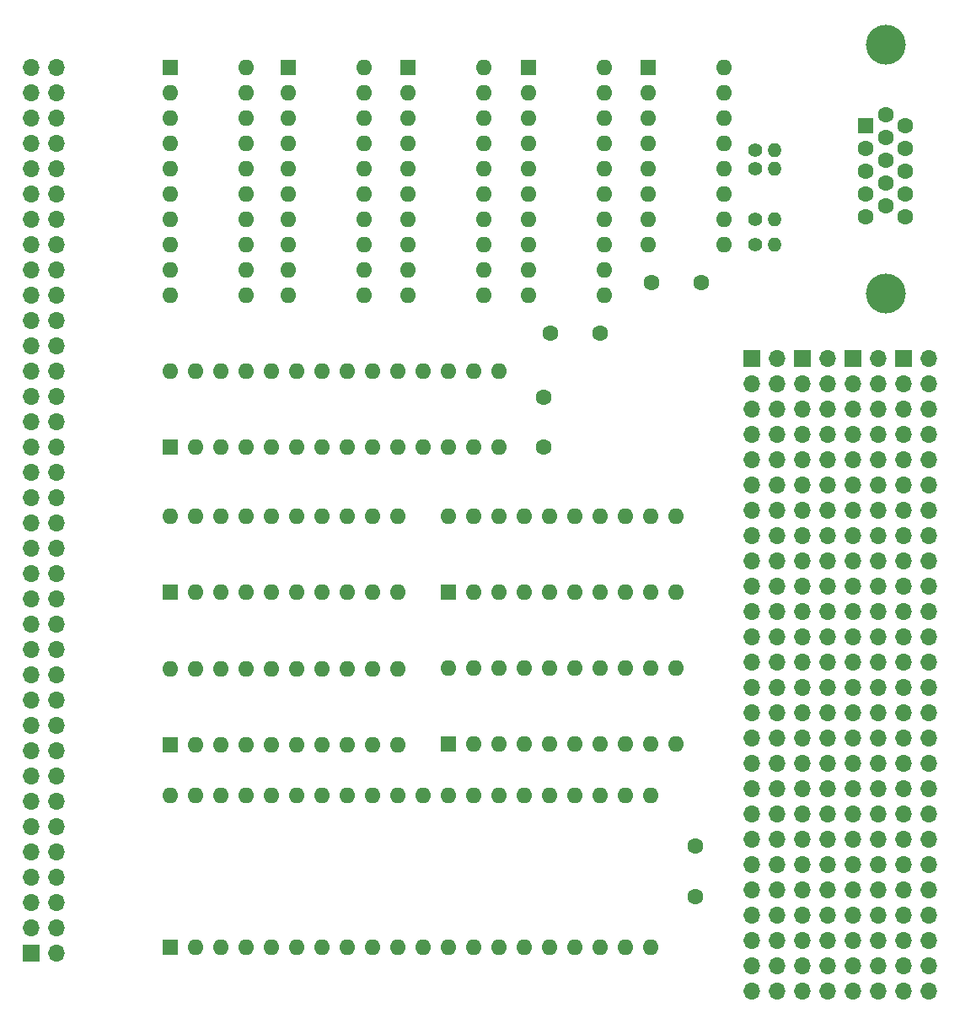
<source format=gbs>
G04 #@! TF.GenerationSoftware,KiCad,Pcbnew,(6.0.1)*
G04 #@! TF.CreationDate,2023-08-09T21:54:41+02:00*
G04 #@! TF.ProjectId,VT100_GRAPH,56543130-305f-4475-9241-50482e6b6963,rev?*
G04 #@! TF.SameCoordinates,Original*
G04 #@! TF.FileFunction,Soldermask,Bot*
G04 #@! TF.FilePolarity,Negative*
%FSLAX46Y46*%
G04 Gerber Fmt 4.6, Leading zero omitted, Abs format (unit mm)*
G04 Created by KiCad (PCBNEW (6.0.1)) date 2023-08-09 21:54:41*
%MOMM*%
%LPD*%
G01*
G04 APERTURE LIST*
%ADD10C,1.400000*%
%ADD11O,1.400000X1.400000*%
%ADD12R,1.600000X1.600000*%
%ADD13O,1.600000X1.600000*%
%ADD14R,1.700000X1.700000*%
%ADD15O,1.700000X1.700000*%
%ADD16C,1.600000*%
%ADD17C,4.000000*%
G04 APERTURE END LIST*
D10*
X93710000Y-35560000D03*
D11*
X95610000Y-35560000D03*
D12*
X34925000Y-17780000D03*
D13*
X34925000Y-20320000D03*
X34925000Y-22860000D03*
X34925000Y-25400000D03*
X34925000Y-27940000D03*
X34925000Y-30480000D03*
X34925000Y-33020000D03*
X34925000Y-35560000D03*
X34925000Y-38100000D03*
X34925000Y-40640000D03*
X42545000Y-40640000D03*
X42545000Y-38100000D03*
X42545000Y-35560000D03*
X42545000Y-33020000D03*
X42545000Y-30480000D03*
X42545000Y-27940000D03*
X42545000Y-25400000D03*
X42545000Y-22860000D03*
X42545000Y-20320000D03*
X42545000Y-17780000D03*
D12*
X70860000Y-17785000D03*
D13*
X70860000Y-20325000D03*
X70860000Y-22865000D03*
X70860000Y-25405000D03*
X70860000Y-27945000D03*
X70860000Y-30485000D03*
X70860000Y-33025000D03*
X70860000Y-35565000D03*
X70860000Y-38105000D03*
X70860000Y-40645000D03*
X78480000Y-40645000D03*
X78480000Y-38105000D03*
X78480000Y-35565000D03*
X78480000Y-33025000D03*
X78480000Y-30485000D03*
X78480000Y-27945000D03*
X78480000Y-25405000D03*
X78480000Y-22865000D03*
X78480000Y-20325000D03*
X78480000Y-17785000D03*
D14*
X103505000Y-46990000D03*
D15*
X106045000Y-46990000D03*
X103505000Y-49530000D03*
X106045000Y-49530000D03*
X103505000Y-52070000D03*
X106045000Y-52070000D03*
X103505000Y-54610000D03*
X106045000Y-54610000D03*
X103505000Y-57150000D03*
X106045000Y-57150000D03*
X103505000Y-59690000D03*
X106045000Y-59690000D03*
X103505000Y-62230000D03*
X106045000Y-62230000D03*
X103505000Y-64770000D03*
X106045000Y-64770000D03*
X103505000Y-67310000D03*
X106045000Y-67310000D03*
X103505000Y-69850000D03*
X106045000Y-69850000D03*
X103505000Y-72390000D03*
X106045000Y-72390000D03*
X103505000Y-74930000D03*
X106045000Y-74930000D03*
X103505000Y-77470000D03*
X106045000Y-77470000D03*
X103505000Y-80010000D03*
X106045000Y-80010000D03*
X103505000Y-82550000D03*
X106045000Y-82550000D03*
X103505000Y-85090000D03*
X106045000Y-85090000D03*
X103505000Y-87630000D03*
X106045000Y-87630000D03*
X103505000Y-90170000D03*
X106045000Y-90170000D03*
X103505000Y-92710000D03*
X106045000Y-92710000D03*
X103505000Y-95250000D03*
X106045000Y-95250000D03*
X103505000Y-97790000D03*
X106045000Y-97790000D03*
X103505000Y-100330000D03*
X106045000Y-100330000D03*
X103505000Y-102870000D03*
X106045000Y-102870000D03*
X103505000Y-105410000D03*
X106045000Y-105410000D03*
X103505000Y-107950000D03*
X106045000Y-107950000D03*
X103505000Y-110490000D03*
X106045000Y-110490000D03*
D12*
X46730000Y-17785000D03*
D13*
X46730000Y-20325000D03*
X46730000Y-22865000D03*
X46730000Y-25405000D03*
X46730000Y-27945000D03*
X46730000Y-30485000D03*
X46730000Y-33025000D03*
X46730000Y-35565000D03*
X46730000Y-38105000D03*
X46730000Y-40645000D03*
X54350000Y-40645000D03*
X54350000Y-38105000D03*
X54350000Y-35565000D03*
X54350000Y-33025000D03*
X54350000Y-30485000D03*
X54350000Y-27945000D03*
X54350000Y-25405000D03*
X54350000Y-22865000D03*
X54350000Y-20325000D03*
X54350000Y-17785000D03*
D14*
X93345000Y-46990000D03*
D15*
X95885000Y-46990000D03*
X93345000Y-49530000D03*
X95885000Y-49530000D03*
X93345000Y-52070000D03*
X95885000Y-52070000D03*
X93345000Y-54610000D03*
X95885000Y-54610000D03*
X93345000Y-57150000D03*
X95885000Y-57150000D03*
X93345000Y-59690000D03*
X95885000Y-59690000D03*
X93345000Y-62230000D03*
X95885000Y-62230000D03*
X93345000Y-64770000D03*
X95885000Y-64770000D03*
X93345000Y-67310000D03*
X95885000Y-67310000D03*
X93345000Y-69850000D03*
X95885000Y-69850000D03*
X93345000Y-72390000D03*
X95885000Y-72390000D03*
X93345000Y-74930000D03*
X95885000Y-74930000D03*
X93345000Y-77470000D03*
X95885000Y-77470000D03*
X93345000Y-80010000D03*
X95885000Y-80010000D03*
X93345000Y-82550000D03*
X95885000Y-82550000D03*
X93345000Y-85090000D03*
X95885000Y-85090000D03*
X93345000Y-87630000D03*
X95885000Y-87630000D03*
X93345000Y-90170000D03*
X95885000Y-90170000D03*
X93345000Y-92710000D03*
X95885000Y-92710000D03*
X93345000Y-95250000D03*
X95885000Y-95250000D03*
X93345000Y-97790000D03*
X95885000Y-97790000D03*
X93345000Y-100330000D03*
X95885000Y-100330000D03*
X93345000Y-102870000D03*
X95885000Y-102870000D03*
X93345000Y-105410000D03*
X95885000Y-105410000D03*
X93345000Y-107950000D03*
X95885000Y-107950000D03*
X93345000Y-110490000D03*
X95885000Y-110490000D03*
D14*
X108585000Y-46990000D03*
D15*
X111125000Y-46990000D03*
X108585000Y-49530000D03*
X111125000Y-49530000D03*
X108585000Y-52070000D03*
X111125000Y-52070000D03*
X108585000Y-54610000D03*
X111125000Y-54610000D03*
X108585000Y-57150000D03*
X111125000Y-57150000D03*
X108585000Y-59690000D03*
X111125000Y-59690000D03*
X108585000Y-62230000D03*
X111125000Y-62230000D03*
X108585000Y-64770000D03*
X111125000Y-64770000D03*
X108585000Y-67310000D03*
X111125000Y-67310000D03*
X108585000Y-69850000D03*
X111125000Y-69850000D03*
X108585000Y-72390000D03*
X111125000Y-72390000D03*
X108585000Y-74930000D03*
X111125000Y-74930000D03*
X108585000Y-77470000D03*
X111125000Y-77470000D03*
X108585000Y-80010000D03*
X111125000Y-80010000D03*
X108585000Y-82550000D03*
X111125000Y-82550000D03*
X108585000Y-85090000D03*
X111125000Y-85090000D03*
X108585000Y-87630000D03*
X111125000Y-87630000D03*
X108585000Y-90170000D03*
X111125000Y-90170000D03*
X108585000Y-92710000D03*
X111125000Y-92710000D03*
X108585000Y-95250000D03*
X111125000Y-95250000D03*
X108585000Y-97790000D03*
X111125000Y-97790000D03*
X108585000Y-100330000D03*
X111125000Y-100330000D03*
X108585000Y-102870000D03*
X111125000Y-102870000D03*
X108585000Y-105410000D03*
X111125000Y-105410000D03*
X108585000Y-107950000D03*
X111125000Y-107950000D03*
X108585000Y-110490000D03*
X111125000Y-110490000D03*
D16*
X72390000Y-50880000D03*
X72390000Y-55880000D03*
D10*
X93710000Y-26035000D03*
D11*
X95610000Y-26035000D03*
D16*
X87630000Y-100965000D03*
X87630000Y-95965000D03*
X88225000Y-39370000D03*
X83225000Y-39370000D03*
D10*
X93710000Y-27940000D03*
D11*
X95610000Y-27940000D03*
D12*
X62870000Y-85715000D03*
D13*
X65410000Y-85715000D03*
X67950000Y-85715000D03*
X70490000Y-85715000D03*
X73030000Y-85715000D03*
X75570000Y-85715000D03*
X78110000Y-85715000D03*
X80650000Y-85715000D03*
X83190000Y-85715000D03*
X85730000Y-85715000D03*
X85730000Y-78095000D03*
X83190000Y-78095000D03*
X80650000Y-78095000D03*
X78110000Y-78095000D03*
X75570000Y-78095000D03*
X73030000Y-78095000D03*
X70490000Y-78095000D03*
X67950000Y-78095000D03*
X65410000Y-78095000D03*
X62870000Y-78095000D03*
D12*
X34925000Y-106045000D03*
D13*
X37465000Y-106045000D03*
X40005000Y-106045000D03*
X42545000Y-106045000D03*
X45085000Y-106045000D03*
X47625000Y-106045000D03*
X50165000Y-106045000D03*
X52705000Y-106045000D03*
X55245000Y-106045000D03*
X57785000Y-106045000D03*
X60325000Y-106045000D03*
X62865000Y-106045000D03*
X65405000Y-106045000D03*
X67945000Y-106045000D03*
X70485000Y-106045000D03*
X73025000Y-106045000D03*
X75565000Y-106045000D03*
X78105000Y-106045000D03*
X80645000Y-106045000D03*
X83185000Y-106045000D03*
X83185000Y-90805000D03*
X80645000Y-90805000D03*
X78105000Y-90805000D03*
X75565000Y-90805000D03*
X73025000Y-90805000D03*
X70485000Y-90805000D03*
X67945000Y-90805000D03*
X65405000Y-90805000D03*
X62865000Y-90805000D03*
X60325000Y-90805000D03*
X57785000Y-90805000D03*
X55245000Y-90805000D03*
X52705000Y-90805000D03*
X50165000Y-90805000D03*
X47625000Y-90805000D03*
X45085000Y-90805000D03*
X42545000Y-90805000D03*
X40005000Y-90805000D03*
X37465000Y-90805000D03*
X34925000Y-90805000D03*
D16*
X73065000Y-44450000D03*
X78065000Y-44450000D03*
D14*
X20955000Y-106680000D03*
D15*
X23495000Y-106680000D03*
X20955000Y-104140000D03*
X23495000Y-104140000D03*
X20955000Y-101600000D03*
X23495000Y-101600000D03*
X20955000Y-99060000D03*
X23495000Y-99060000D03*
X20955000Y-96520000D03*
X23495000Y-96520000D03*
X20955000Y-93980000D03*
X23495000Y-93980000D03*
X20955000Y-91440000D03*
X23495000Y-91440000D03*
X20955000Y-88900000D03*
X23495000Y-88900000D03*
X20955000Y-86360000D03*
X23495000Y-86360000D03*
X20955000Y-83820000D03*
X23495000Y-83820000D03*
X20955000Y-81280000D03*
X23495000Y-81280000D03*
X20955000Y-78740000D03*
X23495000Y-78740000D03*
X20955000Y-76200000D03*
X23495000Y-76200000D03*
X20955000Y-73660000D03*
X23495000Y-73660000D03*
X20955000Y-71120000D03*
X23495000Y-71120000D03*
X20955000Y-68580000D03*
X23495000Y-68580000D03*
X20955000Y-66040000D03*
X23495000Y-66040000D03*
X20955000Y-63500000D03*
X23495000Y-63500000D03*
X20955000Y-60960000D03*
X23495000Y-60960000D03*
X20955000Y-58420000D03*
X23495000Y-58420000D03*
X20955000Y-55880000D03*
X23495000Y-55880000D03*
X20955000Y-53340000D03*
X23495000Y-53340000D03*
X20955000Y-50800000D03*
X23495000Y-50800000D03*
X20955000Y-48260000D03*
X23495000Y-48260000D03*
X20955000Y-45720000D03*
X23495000Y-45720000D03*
X20955000Y-43180000D03*
X23495000Y-43180000D03*
X20955000Y-40640000D03*
X23495000Y-40640000D03*
X20955000Y-38100000D03*
X23495000Y-38100000D03*
X20955000Y-35560000D03*
X23495000Y-35560000D03*
X20955000Y-33020000D03*
X23495000Y-33020000D03*
X20955000Y-30480000D03*
X23495000Y-30480000D03*
X20955000Y-27940000D03*
X23495000Y-27940000D03*
X20955000Y-25400000D03*
X23495000Y-25400000D03*
X20955000Y-22860000D03*
X23495000Y-22860000D03*
X20955000Y-20320000D03*
X23495000Y-20320000D03*
X20955000Y-17780000D03*
X23495000Y-17780000D03*
D12*
X82925000Y-17795000D03*
D13*
X82925000Y-20335000D03*
X82925000Y-22875000D03*
X82925000Y-25415000D03*
X82925000Y-27955000D03*
X82925000Y-30495000D03*
X82925000Y-33035000D03*
X82925000Y-35575000D03*
X90545000Y-35575000D03*
X90545000Y-33035000D03*
X90545000Y-30495000D03*
X90545000Y-27955000D03*
X90545000Y-25415000D03*
X90545000Y-22875000D03*
X90545000Y-20335000D03*
X90545000Y-17795000D03*
D12*
X34930000Y-70475000D03*
D13*
X37470000Y-70475000D03*
X40010000Y-70475000D03*
X42550000Y-70475000D03*
X45090000Y-70475000D03*
X47630000Y-70475000D03*
X50170000Y-70475000D03*
X52710000Y-70475000D03*
X55250000Y-70475000D03*
X57790000Y-70475000D03*
X57790000Y-62855000D03*
X55250000Y-62855000D03*
X52710000Y-62855000D03*
X50170000Y-62855000D03*
X47630000Y-62855000D03*
X45090000Y-62855000D03*
X42550000Y-62855000D03*
X40010000Y-62855000D03*
X37470000Y-62855000D03*
X34930000Y-62855000D03*
D10*
X93710000Y-33020000D03*
D11*
X95610000Y-33020000D03*
D12*
X58785000Y-17780000D03*
D13*
X58785000Y-20320000D03*
X58785000Y-22860000D03*
X58785000Y-25400000D03*
X58785000Y-27940000D03*
X58785000Y-30480000D03*
X58785000Y-33020000D03*
X58785000Y-35560000D03*
X58785000Y-38100000D03*
X58785000Y-40640000D03*
X66405000Y-40640000D03*
X66405000Y-38100000D03*
X66405000Y-35560000D03*
X66405000Y-33020000D03*
X66405000Y-30480000D03*
X66405000Y-27940000D03*
X66405000Y-25400000D03*
X66405000Y-22860000D03*
X66405000Y-20320000D03*
X66405000Y-17780000D03*
D12*
X34925000Y-85725000D03*
D13*
X37465000Y-85725000D03*
X40005000Y-85725000D03*
X42545000Y-85725000D03*
X45085000Y-85725000D03*
X47625000Y-85725000D03*
X50165000Y-85725000D03*
X52705000Y-85725000D03*
X55245000Y-85725000D03*
X57785000Y-85725000D03*
X57785000Y-78105000D03*
X55245000Y-78105000D03*
X52705000Y-78105000D03*
X50165000Y-78105000D03*
X47625000Y-78105000D03*
X45085000Y-78105000D03*
X42545000Y-78105000D03*
X40005000Y-78105000D03*
X37465000Y-78105000D03*
X34925000Y-78105000D03*
D12*
X34925000Y-55880000D03*
D13*
X37465000Y-55880000D03*
X40005000Y-55880000D03*
X42545000Y-55880000D03*
X45085000Y-55880000D03*
X47625000Y-55880000D03*
X50165000Y-55880000D03*
X52705000Y-55880000D03*
X55245000Y-55880000D03*
X57785000Y-55880000D03*
X60325000Y-55880000D03*
X62865000Y-55880000D03*
X65405000Y-55880000D03*
X67945000Y-55880000D03*
X67945000Y-48260000D03*
X65405000Y-48260000D03*
X62865000Y-48260000D03*
X60325000Y-48260000D03*
X57785000Y-48260000D03*
X55245000Y-48260000D03*
X52705000Y-48260000D03*
X50165000Y-48260000D03*
X47625000Y-48260000D03*
X45085000Y-48260000D03*
X42545000Y-48260000D03*
X40005000Y-48260000D03*
X37465000Y-48260000D03*
X34925000Y-48260000D03*
D12*
X62870000Y-70475000D03*
D13*
X65410000Y-70475000D03*
X67950000Y-70475000D03*
X70490000Y-70475000D03*
X73030000Y-70475000D03*
X75570000Y-70475000D03*
X78110000Y-70475000D03*
X80650000Y-70475000D03*
X83190000Y-70475000D03*
X85730000Y-70475000D03*
X85730000Y-62855000D03*
X83190000Y-62855000D03*
X80650000Y-62855000D03*
X78110000Y-62855000D03*
X75570000Y-62855000D03*
X73030000Y-62855000D03*
X70490000Y-62855000D03*
X67950000Y-62855000D03*
X65410000Y-62855000D03*
X62870000Y-62855000D03*
D17*
X106825000Y-15455000D03*
X106825000Y-40455000D03*
D12*
X104775000Y-23640000D03*
D16*
X104775000Y-25930000D03*
X104775000Y-28220000D03*
X104775000Y-30510000D03*
X104775000Y-32800000D03*
X106755000Y-22495000D03*
X106755000Y-24785000D03*
X106755000Y-27075000D03*
X106755000Y-29365000D03*
X106755000Y-31655000D03*
X108735000Y-23640000D03*
X108735000Y-25930000D03*
X108735000Y-28220000D03*
X108735000Y-30510000D03*
X108735000Y-32800000D03*
D14*
X98425000Y-46990000D03*
D15*
X100965000Y-46990000D03*
X98425000Y-49530000D03*
X100965000Y-49530000D03*
X98425000Y-52070000D03*
X100965000Y-52070000D03*
X98425000Y-54610000D03*
X100965000Y-54610000D03*
X98425000Y-57150000D03*
X100965000Y-57150000D03*
X98425000Y-59690000D03*
X100965000Y-59690000D03*
X98425000Y-62230000D03*
X100965000Y-62230000D03*
X98425000Y-64770000D03*
X100965000Y-64770000D03*
X98425000Y-67310000D03*
X100965000Y-67310000D03*
X98425000Y-69850000D03*
X100965000Y-69850000D03*
X98425000Y-72390000D03*
X100965000Y-72390000D03*
X98425000Y-74930000D03*
X100965000Y-74930000D03*
X98425000Y-77470000D03*
X100965000Y-77470000D03*
X98425000Y-80010000D03*
X100965000Y-80010000D03*
X98425000Y-82550000D03*
X100965000Y-82550000D03*
X98425000Y-85090000D03*
X100965000Y-85090000D03*
X98425000Y-87630000D03*
X100965000Y-87630000D03*
X98425000Y-90170000D03*
X100965000Y-90170000D03*
X98425000Y-92710000D03*
X100965000Y-92710000D03*
X98425000Y-95250000D03*
X100965000Y-95250000D03*
X98425000Y-97790000D03*
X100965000Y-97790000D03*
X98425000Y-100330000D03*
X100965000Y-100330000D03*
X98425000Y-102870000D03*
X100965000Y-102870000D03*
X98425000Y-105410000D03*
X100965000Y-105410000D03*
X98425000Y-107950000D03*
X100965000Y-107950000D03*
X98425000Y-110490000D03*
X100965000Y-110490000D03*
M02*

</source>
